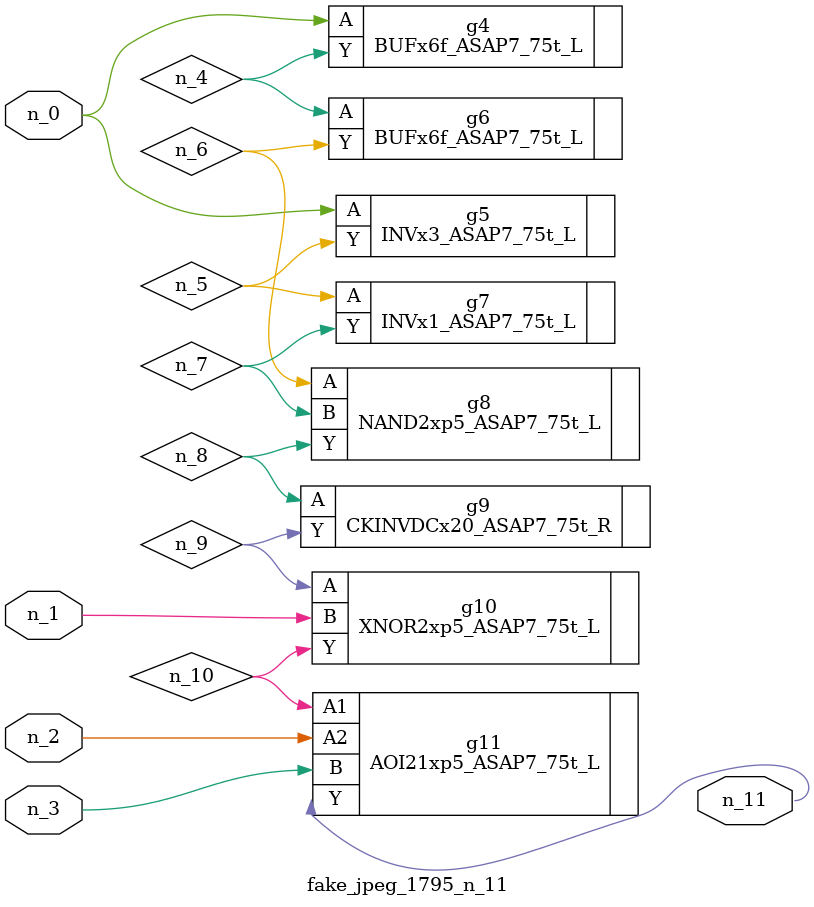
<source format=v>
module fake_jpeg_1795_n_11 (n_0, n_3, n_2, n_1, n_11);

input n_0;
input n_3;
input n_2;
input n_1;

output n_11;

wire n_10;
wire n_4;
wire n_8;
wire n_9;
wire n_6;
wire n_5;
wire n_7;

BUFx6f_ASAP7_75t_L g4 ( 
.A(n_0),
.Y(n_4)
);

INVx3_ASAP7_75t_L g5 ( 
.A(n_0),
.Y(n_5)
);

BUFx6f_ASAP7_75t_L g6 ( 
.A(n_4),
.Y(n_6)
);

NAND2xp5_ASAP7_75t_L g8 ( 
.A(n_6),
.B(n_7),
.Y(n_8)
);

INVx1_ASAP7_75t_L g7 ( 
.A(n_5),
.Y(n_7)
);

CKINVDCx20_ASAP7_75t_R g9 ( 
.A(n_8),
.Y(n_9)
);

XNOR2xp5_ASAP7_75t_L g10 ( 
.A(n_9),
.B(n_1),
.Y(n_10)
);

AOI21xp5_ASAP7_75t_L g11 ( 
.A1(n_10),
.A2(n_2),
.B(n_3),
.Y(n_11)
);


endmodule
</source>
